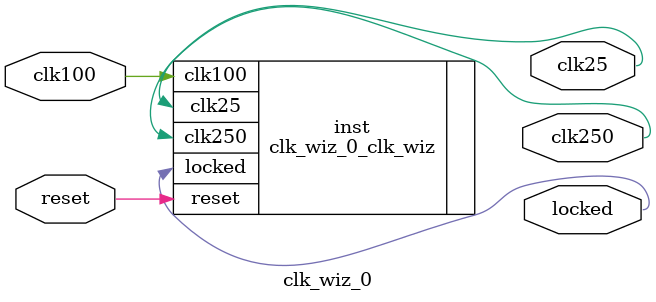
<source format=v>


`timescale 1ps/1ps

(* CORE_GENERATION_INFO = "clk_wiz_0,clk_wiz_v6_0_2_0_0,{component_name=clk_wiz_0,use_phase_alignment=true,use_min_o_jitter=false,use_max_i_jitter=false,use_dyn_phase_shift=false,use_inclk_switchover=false,use_dyn_reconfig=false,enable_axi=0,feedback_source=FDBK_AUTO,PRIMITIVE=MMCM,num_out_clk=2,clkin1_period=10.000,clkin2_period=10.000,use_power_down=false,use_reset=true,use_locked=true,use_inclk_stopped=false,feedback_type=SINGLE,CLOCK_MGR_TYPE=NA,manual_override=false}" *)

module clk_wiz_0 
 (
  // Clock out ports
  output        clk250,
  output        clk25,
  // Status and control signals
  input         reset,
  output        locked,
 // Clock in ports
  input         clk100
 );

  clk_wiz_0_clk_wiz inst
  (
  // Clock out ports  
  .clk250(clk250),
  .clk25(clk25),
  // Status and control signals               
  .reset(reset), 
  .locked(locked),
 // Clock in ports
  .clk100(clk100)
  );

endmodule

</source>
